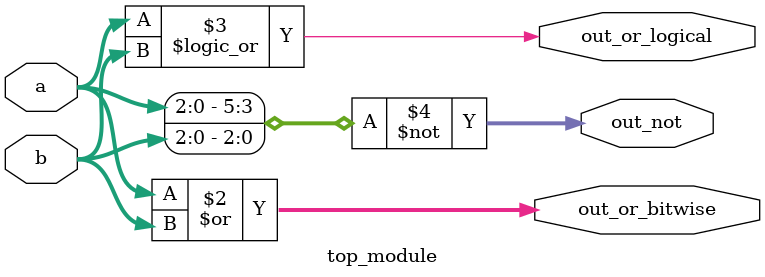
<source format=sv>
module top_module(
	input [2:0] a, 
	input [2:0] b, 
	output reg [2:0] out_or_bitwise,
	output reg out_or_logical,
	output reg [5:0] out_not
);
  
  always @* begin
    out_or_bitwise = a | b;
    out_or_logical = a || b;
    out_not = ~{a, b};
  end
  
endmodule

</source>
